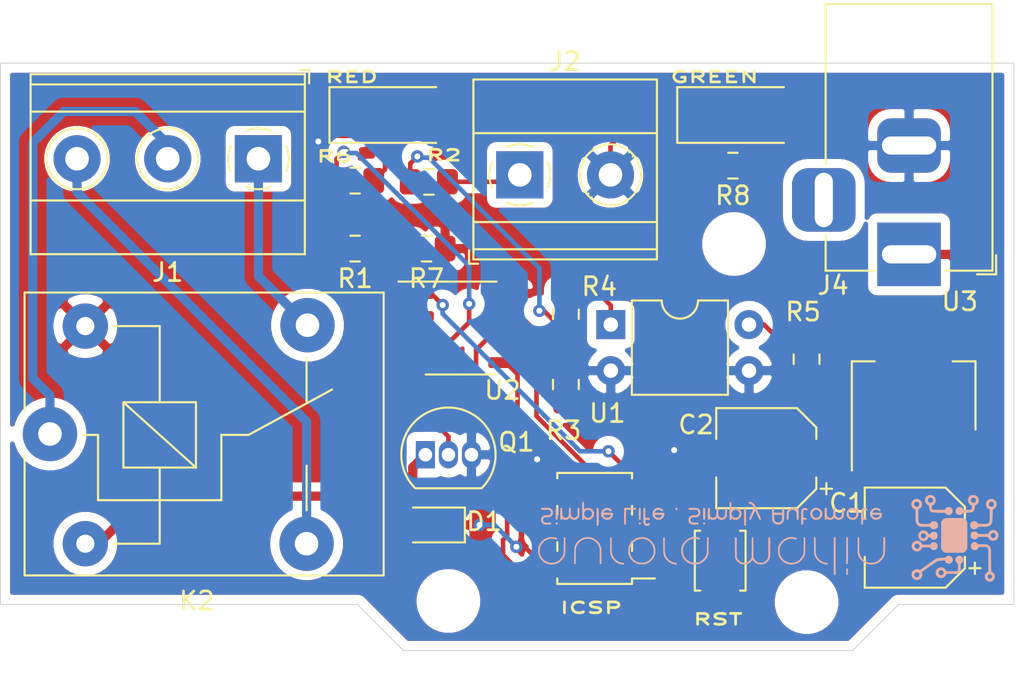
<source format=kicad_pcb>
(kicad_pcb (version 20171130) (host pcbnew "(5.1.2)-1")
  (layers (0 F.Cu signal) (31 B.Cu signal) (34 B.Paste user) (35 F.Paste user) (36 B.SilkS user) (37 F.SilkS user) (38 B.Mask user) (39 F.Mask user) (44 Edge.Cuts user))
  (net 0 "")
  (net 1 GND)
  (net 2 +12V)
  (net 3 +5V)
  (net 4 "Net-(D1-Pad2)")
  (net 5 "Net-(D2-Pad2)")
  (net 6 "Net-(D3-Pad2)")
  (net 7 "Net-(J1-Pad1)")
  (net 8 "Net-(J1-Pad2)")
  (net 9 "Net-(J1-Pad3)")
  (net 10 "Net-(J2-Pad1)")
  (net 11 MISO)
  (net 12 PB2)
  (net 13 MOSI)
  (net 14 Reset)
  (net 15 "Net-(Q1-Pad2)")
  (net 16 /Relay)
  (net 17 "Net-(R2-Pad1)")
  (net 18 "Net-(R4-Pad1)")
  (net 19 /FP_Input)
  (net 20 /Rela_y)
  (module auroramarlin:aurora_Marlin (layer B.Cu) (at 133.6675 92.0115)
    (fp_text reference G*** hide)
    (fp_text value LOGO hide)
  )
  (module MountingHole:MountingHole_2.5mm (layer F.Cu) (at 131.7625 75.7555)
    (fp_text reference REF** hide)
    (fp_text value MountingHole_2.5mm)
    (pad 1 np_thru_hole circle (at 0 0) (size 2.5 2.5) (drill 2.5) (layers *.Cu *.Mask))
  )
  (module MountingHole:MountingHole_2.5mm (layer F.Cu) (at 116.0145 95.4405)
    (fp_text reference REF** hide)
    (fp_text value MountingHole_2.5mm)
    (pad 1 np_thru_hole circle (at 0 0) (size 2.5 2.5) (drill 2.5) (layers *.Cu *.Mask))
  )
  (module MountingHole:MountingHole_2.5mm (layer F.Cu) (at 135.763 95.504)
    (fp_text reference REF** hide)
    (fp_text value MountingHole_2.5mm)
    (pad 1 np_thru_hole circle (at 0 0) (size 2.5 2.5) (drill 2.5) (layers *.Cu *.Mask))
  )
  (module Capacitor_SMD:CP_Elec_5x5.4 (layer F.Cu) (at 141.732 91.948 180)
    (fp_text reference C1 (at 3.7465 1.905) (layer F.SilkS))
    (fp_text value "100uF 35V")
    (pad 2 smd roundrect (at 2.2 0 180) (size 3 1.6) (layers F.Cu F.Paste F.Mask) (roundrect_rratio 0.15625) (net 1 GND))
    (pad 1 smd roundrect (at -2.2 0 180) (size 3 1.6) (layers F.Cu F.Paste F.Mask) (roundrect_rratio 0.15625) (net 2 +12V))
  )
  (module Capacitor_SMD:CP_Elec_5x5.4 (layer F.Cu) (at 133.5405 87.5665 180)
    (fp_text reference C2 (at 3.8735 1.8415) (layer F.SilkS))
    (fp_text value "10uF 35V")
    (pad 1 smd roundrect (at -2.2 0 180) (size 3 1.6) (layers F.Cu F.Paste F.Mask) (roundrect_rratio 0.15625) (net 3 +5V))
    (pad 2 smd roundrect (at 2.2 0 180) (size 3 1.6) (layers F.Cu F.Paste F.Mask) (roundrect_rratio 0.15625) (net 1 GND))
  )
  (module LED_SMD:LED_2010_5025Metric_Castellated (layer F.Cu) (at 112.8395 68.6435)
    (fp_text reference RED (at -2.159 -2.0955) (layer F.SilkS) (effects (font (size 0.6 1))))
    (fp_text value Green)
    (pad 2 smd roundrect (at 2.275 0) (size 1.7 2.55) (layers F.Cu F.Paste F.Mask) (roundrect_rratio 0.147059) (net 5 "Net-(D2-Pad2)"))
    (pad 1 smd roundrect (at -2.275 0) (size 1.7 2.55) (layers F.Cu F.Paste F.Mask) (roundrect_rratio 0.147059) (net 1 GND))
  )
  (module LED_SMD:LED_2010_5025Metric_Castellated (layer F.Cu) (at 132.0165 68.6435)
    (fp_text reference GREEN (at -1.3335 -2.0955) (layer F.SilkS) (effects (font (size 0.6 1))))
    (fp_text value LED)
    (pad 1 smd roundrect (at -2.275 0) (size 1.7 2.55) (layers F.Cu F.Paste F.Mask) (roundrect_rratio 0.147059) (net 1 GND))
    (pad 2 smd roundrect (at 2.275 0) (size 1.7 2.55) (layers F.Cu F.Paste F.Mask) (roundrect_rratio 0.147059) (net 6 "Net-(D3-Pad2)"))
  )
  (module TerminalBlock_Phoenix:TerminalBlock_Phoenix_MKDS-1,5-3_1x03_P5.00mm_Horizontal (layer F.Cu) (at 105.537 71.0565 180)
    (fp_text reference J1 (at 5 -6.26) (layer F.SilkS))
    (fp_text value Output)
    (pad 1 thru_hole rect (at 0 0 180) (size 2.6 2.6) (drill 1.3) (layers *.Cu *.Mask) (net 7 "Net-(J1-Pad1)"))
    (pad 2 thru_hole circle (at 5 0 180) (size 2.6 2.6) (drill 1.3) (layers *.Cu *.Mask) (net 8 "Net-(J1-Pad2)"))
    (pad 3 thru_hole circle (at 10 0 180) (size 2.6 2.6) (drill 1.3) (layers *.Cu *.Mask) (net 9 "Net-(J1-Pad3)"))
  )
  (module TerminalBlock_Phoenix:TerminalBlock_Phoenix_MKDS-1,5-2_1x02_P5.00mm_Horizontal (layer F.Cu) (at 119.9515 71.9455)
    (fp_text reference J2 (at 2.5 -6.26) (layer F.SilkS))
    (fp_text value Input)
    (pad 1 thru_hole rect (at 0 0) (size 2.6 2.6) (drill 1.3) (layers *.Cu *.Mask) (net 10 "Net-(J2-Pad1)"))
    (pad 2 thru_hole circle (at 5 0) (size 2.6 2.6) (drill 1.3) (layers *.Cu *.Mask) (net 1 GND))
  )
  (module Connector_PinHeader_2.00mm:PinHeader_2x03_P2.00mm_Vertical_SMD (layer F.Cu) (at 124.079 91.44 180)
    (fp_text reference ICSP (at 0.1905 -4.3815) (layer F.SilkS) (effects (font (size 0.6 1))))
    (fp_text value ICSP)
    (pad 1 smd rect (at -2.085 -2 180) (size 2.58 1) (layers F.Cu F.Paste F.Mask) (net 11 MISO))
    (pad 2 smd rect (at 2.085 -2 180) (size 2.58 1) (layers F.Cu F.Paste F.Mask) (net 3 +5V))
    (pad 3 smd rect (at -2.085 0 180) (size 2.58 1) (layers F.Cu F.Paste F.Mask) (net 12 PB2))
    (pad 4 smd rect (at 2.085 0 180) (size 2.58 1) (layers F.Cu F.Paste F.Mask) (net 13 MOSI))
    (pad 5 smd rect (at -2.085 2 180) (size 2.58 1) (layers F.Cu F.Paste F.Mask) (net 14 Reset))
    (pad 6 smd rect (at 2.085 2 180) (size 2.58 1) (layers F.Cu F.Paste F.Mask) (net 1 GND))
  )
  (module Connector_BarrelJack:BarrelJack_Horizontal (layer F.Cu) (at 141.4145 76.327 270)
    (fp_text reference J4 (at 1.7145 4.191 180) (layer F.SilkS))
    (fp_text value DC_IN)
    (pad 1 thru_hole rect (at 0 0 270) (size 3.5 3.5) (drill oval 1 3) (layers *.Cu *.Mask) (net 2 +12V))
    (pad 2 thru_hole roundrect (at -6 0 270) (size 3 3.5) (drill oval 1 3) (layers *.Cu *.Mask) (net 1 GND))
    (pad 3 thru_hole roundrect (at -3 4.7 270) (size 3.5 3.5) (drill oval 3 1) (layers *.Cu *.Mask))
  )
  (module Relay_THT:Relay_SPDT_SANYOU_SRD_Series_Form_C (layer F.Cu) (at 94.0435 86.233)
    (fp_text reference K2 (at 8.1 9.2) (layer F.SilkS))
    (fp_text value SANYOU_SRD_Form_C)
    (pad 2 thru_hole circle (at 1.95 6.05 90) (size 2.5 2.5) (drill 1) (layers *.Cu *.Mask) (net 4 "Net-(D1-Pad2)"))
    (pad 3 thru_hole circle (at 14.15 6.05 90) (size 3 3) (drill 1.3) (layers *.Cu *.Mask) (net 9 "Net-(J1-Pad3)"))
    (pad 4 thru_hole circle (at 14.2 -6 90) (size 3 3) (drill 1.3) (layers *.Cu *.Mask) (net 7 "Net-(J1-Pad1)"))
    (pad 5 thru_hole circle (at 1.95 -5.95 90) (size 2.5 2.5) (drill 1) (layers *.Cu *.Mask) (net 3 +5V))
    (pad 1 thru_hole circle (at 0 0 90) (size 3 3) (drill 1.3) (layers *.Cu *.Mask) (net 8 "Net-(J1-Pad2)"))
  )
  (module Package_TO_SOT_THT:TO-92_Inline (layer F.Cu) (at 114.7445 87.376)
    (fp_text reference Q1 (at 5.0165 -0.6985) (layer F.SilkS))
    (fp_text value BC547)
    (pad 2 thru_hole oval (at 1.27 0) (size 1.05 1.5) (drill 0.75) (layers *.Cu *.Mask) (net 15 "Net-(Q1-Pad2)"))
    (pad 3 thru_hole oval (at 2.54 0) (size 1.05 1.5) (drill 0.75) (layers *.Cu *.Mask) (net 1 GND))
    (pad 1 thru_hole rect (at 0 0) (size 1.05 1.5) (drill 0.75) (layers *.Cu *.Mask) (net 4 "Net-(D1-Pad2)"))
  )
  (module Resistor_SMD:R_0805_2012Metric_Pad1.15x1.40mm_HandSolder (layer F.Cu) (at 110.871 76.0095 180)
    (fp_text reference R1 (at 0 -1.65) (layer F.SilkS))
    (fp_text value 10K)
    (pad 2 smd roundrect (at 1.025 0 180) (size 1.15 1.4) (layers F.Cu F.Paste F.Mask) (roundrect_rratio 0.217391) (net 16 /Relay))
    (pad 1 smd roundrect (at -1.025 0 180) (size 1.15 1.4) (layers F.Cu F.Paste F.Mask) (roundrect_rratio 0.217391) (net 15 "Net-(Q1-Pad2)"))
  )
  (module Resistor_SMD:R_0805_2012Metric_Pad1.15x1.40mm_HandSolder (layer F.Cu) (at 114.935 72.3265)
    (fp_text reference R2 (at 0.8255 -1.4605) (layer F.SilkS) (effects (font (size 0.6 1))))
    (fp_text value 2K)
    (pad 1 smd roundrect (at -1.025 0) (size 1.15 1.4) (layers F.Cu F.Paste F.Mask) (roundrect_rratio 0.217391) (net 17 "Net-(R2-Pad1)"))
    (pad 2 smd roundrect (at 1.025 0) (size 1.15 1.4) (layers F.Cu F.Paste F.Mask) (roundrect_rratio 0.217391) (net 10 "Net-(J2-Pad1)"))
  )
  (module Resistor_SMD:R_0805_2012Metric_Pad1.15x1.40mm_HandSolder (layer F.Cu) (at 122.4915 83.5025 90)
    (fp_text reference R3 (at -2.54 -0.127 180) (layer F.SilkS))
    (fp_text value 1K)
    (pad 1 smd roundrect (at -1.025 0 90) (size 1.15 1.4) (layers F.Cu F.Paste F.Mask) (roundrect_rratio 0.217391) (net 1 GND))
    (pad 2 smd roundrect (at 1.025 0 90) (size 1.15 1.4) (layers F.Cu F.Paste F.Mask) (roundrect_rratio 0.217391) (net 17 "Net-(R2-Pad1)"))
  )
  (module Resistor_SMD:R_0805_2012Metric_Pad1.15x1.40mm_HandSolder (layer F.Cu) (at 122.4915 79.629 270)
    (fp_text reference R4 (at -1.524 -1.8415 180) (layer F.SilkS))
    (fp_text value 10K)
    (pad 2 smd roundrect (at 1.025 0 270) (size 1.15 1.4) (layers F.Cu F.Paste F.Mask) (roundrect_rratio 0.217391) (net 17 "Net-(R2-Pad1)"))
    (pad 1 smd roundrect (at -1.025 0 270) (size 1.15 1.4) (layers F.Cu F.Paste F.Mask) (roundrect_rratio 0.217391) (net 18 "Net-(R4-Pad1)"))
  )
  (module Resistor_SMD:R_0805_2012Metric_Pad1.15x1.40mm_HandSolder (layer F.Cu) (at 135.763 82.1055 90)
    (fp_text reference R5 (at 2.6035 -0.1905 180) (layer F.SilkS))
    (fp_text value 4.7K)
    (pad 2 smd roundrect (at 1.025 0 90) (size 1.15 1.4) (layers F.Cu F.Paste F.Mask) (roundrect_rratio 0.217391) (net 3 +5V))
    (pad 1 smd roundrect (at -1.025 0 90) (size 1.15 1.4) (layers F.Cu F.Paste F.Mask) (roundrect_rratio 0.217391) (net 19 /FP_Input))
  )
  (module Resistor_SMD:R_0805_2012Metric_Pad1.15x1.40mm_HandSolder (layer F.Cu) (at 110.871 72.263 180)
    (fp_text reference R6 (at 1.143 1.3335) (layer F.SilkS) (effects (font (size 0.6 1))))
    (fp_text value 330)
    (pad 1 smd roundrect (at -1.025 0 180) (size 1.15 1.4) (layers F.Cu F.Paste F.Mask) (roundrect_rratio 0.217391) (net 5 "Net-(D2-Pad2)"))
    (pad 2 smd roundrect (at 1.025 0 180) (size 1.15 1.4) (layers F.Cu F.Paste F.Mask) (roundrect_rratio 0.217391) (net 20 /Rela_y))
  )
  (module Button_Switch_SMD:SW_SPST_B3U-1000P (layer F.Cu) (at 131.0005 93.218 270)
    (fp_text reference RST (at 3.2385 0.127 180) (layer F.SilkS) (effects (font (size 0.6 1))))
    (fp_text value SW_Push)
    (pad 1 smd rect (at -1.7 0 270) (size 0.9 1.7) (layers F.Cu F.Paste F.Mask) (net 14 Reset))
    (pad 2 smd rect (at 1.7 0 270) (size 0.9 1.7) (layers F.Cu F.Paste F.Mask) (net 1 GND))
  )
  (module Package_DIP:DIP-4_W7.62mm (layer F.Cu) (at 124.968 80.2005)
    (fp_text reference U1 (at -0.1905 4.8895) (layer F.SilkS))
    (fp_text value PC817)
    (pad 1 thru_hole rect (at 0 0) (size 1.6 1.6) (drill 0.8) (layers *.Cu *.Mask) (net 18 "Net-(R4-Pad1)"))
    (pad 3 thru_hole oval (at 7.62 2.54) (size 1.6 1.6) (drill 0.8) (layers *.Cu *.Mask) (net 1 GND))
    (pad 2 thru_hole oval (at 0 2.54) (size 1.6 1.6) (drill 0.8) (layers *.Cu *.Mask) (net 1 GND))
    (pad 4 thru_hole oval (at 7.62 0) (size 1.6 1.6) (drill 0.8) (layers *.Cu *.Mask) (net 19 /FP_Input))
  )
  (module Package_SO:SOIC-8_3.9x4.9mm_P1.27mm (layer F.Cu) (at 116.713 80.391)
    (fp_text reference U2 (at 2.286 3.429) (layer F.SilkS))
    (fp_text value ATtiny13-20SSU)
    (pad 1 smd roundrect (at -2.475 -1.905) (size 1.95 0.6) (layers F.Cu F.Paste F.Mask) (net 14 Reset))
    (pad 2 smd roundrect (at -2.475 -0.635) (size 1.95 0.6) (layers F.Cu F.Paste F.Mask) (net 16 /Relay))
    (pad 3 smd roundrect (at -2.475 0.635) (size 1.95 0.6) (layers F.Cu F.Paste F.Mask) (net 20 /Rela_y))
    (pad 4 smd roundrect (at -2.475 1.905) (size 1.95 0.6) (layers F.Cu F.Paste F.Mask) (net 1 GND))
    (pad 5 smd roundrect (at 2.475 1.905) (size 1.95 0.6) (layers F.Cu F.Paste F.Mask) (net 13 MOSI))
    (pad 6 smd roundrect (at 2.475 0.635) (size 1.95 0.6) (layers F.Cu F.Paste F.Mask) (net 11 MISO))
    (pad 7 smd roundrect (at 2.475 -0.635) (size 1.95 0.6) (layers F.Cu F.Paste F.Mask) (net 12 PB2))
    (pad 8 smd roundrect (at 2.475 -1.905) (size 1.95 0.6) (layers F.Cu F.Paste F.Mask) (net 3 +5V))
  )
  (module Package_TO_SOT_SMD:SOT-223-3_TabPin2 (layer F.Cu) (at 141.6685 84.1375 90)
    (fp_text reference U3 (at 5.207 2.54 180) (layer F.SilkS))
    (fp_text value AMS1117-5.0)
    (pad 2 smd rect (at 3.15 0 90) (size 2 3.8) (layers F.Cu F.Paste F.Mask) (net 3 +5V))
    (pad 2 smd rect (at -3.15 0 90) (size 2 1.5) (layers F.Cu F.Paste F.Mask) (net 3 +5V))
    (pad 3 smd rect (at -3.15 2.3 90) (size 2 1.5) (layers F.Cu F.Paste F.Mask) (net 2 +12V))
    (pad 1 smd rect (at -3.15 -2.3 90) (size 2 1.5) (layers F.Cu F.Paste F.Mask) (net 1 GND))
  )
  (module Resistor_SMD:R_0805_2012Metric_Pad1.15x1.40mm_HandSolder (layer F.Cu) (at 114.808 76.0095 180)
    (fp_text reference R7 (at 0 -1.65) (layer F.SilkS))
    (fp_text value 10K)
    (pad 1 smd roundrect (at -1.025 0 180) (size 1.15 1.4) (layers F.Cu F.Paste F.Mask) (roundrect_rratio 0.217391) (net 3 +5V))
    (pad 2 smd roundrect (at 1.025 0 180) (size 1.15 1.4) (layers F.Cu F.Paste F.Mask) (roundrect_rratio 0.217391) (net 14 Reset))
  )
  (module Resistor_SMD:R_0805_2012Metric_Pad1.15x1.40mm_HandSolder (layer F.Cu) (at 131.699 71.4375 180)
    (fp_text reference R8 (at 0 -1.65) (layer F.SilkS))
    (fp_text value 330)
    (pad 2 smd roundrect (at 1.025 0 180) (size 1.15 1.4) (layers F.Cu F.Paste F.Mask) (roundrect_rratio 0.217391) (net 3 +5V))
    (pad 1 smd roundrect (at -1.025 0 180) (size 1.15 1.4) (layers F.Cu F.Paste F.Mask) (roundrect_rratio 0.217391) (net 6 "Net-(D3-Pad2)"))
  )
  (module Diode_SMD:D_0805_2012Metric_Pad1.15x1.40mm_HandSolder (layer F.Cu) (at 115.062 91.2495 180)
    (fp_text reference D1 (at -2.921 0.1905) (layer F.SilkS))
    (fp_text value D)
    (pad 1 smd roundrect (at -1.025 0 180) (size 1.15 1.4) (layers F.Cu F.Paste F.Mask) (roundrect_rratio 0.217391) (net 3 +5V))
    (pad 2 smd roundrect (at 1.025 0 180) (size 1.15 1.4) (layers F.Cu F.Paste F.Mask) (roundrect_rratio 0.217391) (net 4 "Net-(D1-Pad2)"))
  )
  (gr_line (start 91.313 95.631) (end 91.313 65.786) (layer Edge.Cuts) (width 0.05))
  (gr_line (start 110.998 95.631) (end 91.313 95.631) (layer Edge.Cuts) (width 0.05))
  (gr_line (start 113.538 98.171) (end 110.998 95.631) (layer Edge.Cuts) (width 0.05))
  (gr_line (start 138.303 98.171) (end 113.538 98.171) (layer Edge.Cuts) (width 0.05))
  (gr_line (start 140.843 95.631) (end 138.303 98.171) (layer Edge.Cuts) (width 0.05))
  (gr_line (start 147.193 95.631) (end 140.843 95.631) (layer Edge.Cuts) (width 0.05))
  (gr_line (start 147.193 94.996) (end 147.193 95.631) (layer Edge.Cuts) (width 0.05))
  (gr_line (start 147.193 65.786) (end 147.193 94.996) (layer Edge.Cuts) (width 0.05))
  (gr_line (start 91.313 65.786) (end 147.193 65.786) (layer Edge.Cuts) (width 0.05))
  (via (at 120.904 87.63) (size 0.6854) (drill 0.3302) (layers F.Cu B.Cu) (net 1))
  (segment (start 121.994 89.44) (end 121.994 88.72) (width 0.254) (layer F.Cu) (net 1))
  (segment (start 121.994 88.72) (end 120.904 87.63) (width 0.254) (layer F.Cu) (net 1))
  (segment (start 131.0005 94.214) (end 131.0005 94.918) (width 0.254) (layer F.Cu) (net 1))
  (segment (start 132.6515 92.563) (end 131.0005 94.214) (width 0.254) (layer F.Cu) (net 1))
  (segment (start 132.6515 89.7775) (end 132.6515 92.563) (width 0.254) (layer F.Cu) (net 1))
  (segment (start 131.3405 87.5665) (end 131.3405 88.4665) (width 0.254) (layer F.Cu) (net 1))
  (segment (start 131.3405 88.4665) (end 132.6515 89.7775) (width 0.254) (layer F.Cu) (net 1))
  (segment (start 139.532 87.451) (end 139.3685 87.2875) (width 0.254) (layer F.Cu) (net 1))
  (segment (start 139.532 91.948) (end 139.532 87.451) (width 0.254) (layer F.Cu) (net 1))
  (segment (start 132.90721 92.81871) (end 132.6515 92.563) (width 0.254) (layer F.Cu) (net 1))
  (segment (start 138.66129 92.81871) (end 132.90721 92.81871) (width 0.254) (layer F.Cu) (net 1))
  (segment (start 139.532 91.948) (end 138.66129 92.81871) (width 0.254) (layer F.Cu) (net 1))
  (segment (start 124.968 84.0105) (end 124.968 82.7405) (width 0.254) (layer F.Cu) (net 1))
  (segment (start 122.4915 84.5275) (end 124.451 84.5275) (width 0.254) (layer F.Cu) (net 1))
  (segment (start 124.451 84.5275) (end 124.968 84.0105) (width 0.254) (layer F.Cu) (net 1))
  (via (at 128.4605 87.122) (size 0.6854) (drill 0.3302) (layers F.Cu B.Cu) (net 1))
  (segment (start 131.3405 87.5665) (end 128.905 87.5665) (width 0.254) (layer F.Cu) (net 1))
  (segment (start 128.905 87.5665) (end 128.4605 87.122) (width 0.254) (layer F.Cu) (net 1))
  (via (at 108.839 70.104) (size 0.6854) (drill 0.3302) (layers F.Cu B.Cu) (net 1))
  (segment (start 108.839 69.469) (end 108.839 70.104) (width 0.254) (layer F.Cu) (net 1))
  (segment (start 110.5645 68.6435) (end 109.6645 68.6435) (width 0.254) (layer F.Cu) (net 1))
  (segment (start 109.6645 68.6435) (end 108.839 69.469) (width 0.254) (layer F.Cu) (net 1))
  (segment (start 126.619 68.6435) (end 129.7415 68.6435) (width 0.254) (layer F.Cu) (net 1))
  (segment (start 124.9515 71.9455) (end 124.9515 70.311) (width 0.254) (layer F.Cu) (net 1))
  (segment (start 124.9515 70.311) (end 126.619 68.6435) (width 0.254) (layer F.Cu) (net 1))
  (segment (start 117.2845 85.3425) (end 117.2845 87.376) (width 0.254) (layer F.Cu) (net 1))
  (segment (start 114.238 82.296) (end 117.2845 85.3425) (width 0.254) (layer F.Cu) (net 1))
  (segment (start 143.932 87.324) (end 143.9685 87.2875) (width 0.508) (layer F.Cu) (net 2))
  (segment (start 143.932 91.948) (end 143.932 87.324) (width 0.508) (layer F.Cu) (net 2))
  (segment (start 144.805 87.2875) (end 143.9685 87.2875) (width 0.508) (layer F.Cu) (net 2))
  (segment (start 145.288 86.8045) (end 144.805 87.2875) (width 0.508) (layer F.Cu) (net 2))
  (segment (start 145.288 77.9425) (end 145.288 86.8045) (width 0.508) (layer F.Cu) (net 2))
  (segment (start 141.4145 76.327) (end 143.6725 76.327) (width 0.508) (layer F.Cu) (net 2))
  (segment (start 143.6725 76.327) (end 145.288 77.9425) (width 0.508) (layer F.Cu) (net 2))
  (via (at 117.729 91.2495) (size 0.6854) (drill 0.3302) (layers F.Cu B.Cu) (net 3))
  (segment (start 117.729 91.2495) (end 116.087 91.2495) (width 0.254) (layer F.Cu) (net 3))
  (via (at 119.761 92.45601) (size 0.6854) (drill 0.3302) (layers F.Cu B.Cu) (net 3))
  (segment (start 121.994 93.44) (end 121.204 93.44) (width 0.254) (layer F.Cu) (net 3))
  (segment (start 117.729 91.2495) (end 118.55449 91.2495) (width 0.254) (layer B.Cu) (net 3))
  (segment (start 119.418301 92.113311) (end 119.761 92.45601) (width 0.254) (layer B.Cu) (net 3))
  (segment (start 118.55449 91.2495) (end 119.418301 92.113311) (width 0.254) (layer B.Cu) (net 3))
  (segment (start 121.204 93.44) (end 120.22001 92.45601) (width 0.254) (layer F.Cu) (net 3))
  (segment (start 120.22001 92.45601) (end 119.761 92.45601) (width 0.254) (layer F.Cu) (net 3))
  (segment (start 114.046 91.2405) (end 114.037 91.2495) (width 0.508) (layer F.Cu) (net 4))
  (segment (start 114.7445 87.376) (end 114.046 88.0745) (width 0.508) (layer F.Cu) (net 4))
  (segment (start 114.046 88.0745) (end 114.046 91.2405) (width 0.508) (layer F.Cu) (net 4))
  (segment (start 114.037 91.1135) (end 114.037 91.2495) (width 0.508) (layer F.Cu) (net 4))
  (segment (start 112.5855 89.662) (end 114.037 91.1135) (width 0.508) (layer F.Cu) (net 4))
  (segment (start 99.3405 89.662) (end 112.5855 89.662) (width 0.508) (layer F.Cu) (net 4))
  (segment (start 95.9935 92.283) (end 96.7195 92.283) (width 0.508) (layer F.Cu) (net 4))
  (segment (start 96.7195 92.283) (end 99.3405 89.662) (width 0.508) (layer F.Cu) (net 4))
  (segment (start 112.519372 71.639628) (end 112.519372 71.238628) (width 0.254) (layer F.Cu) (net 5))
  (segment (start 111.896 72.263) (end 112.519372 71.639628) (width 0.254) (layer F.Cu) (net 5))
  (segment (start 112.519372 71.238628) (end 115.1145 68.6435) (width 0.254) (layer F.Cu) (net 5))
  (segment (start 134.2915 69.87) (end 134.2915 68.6435) (width 0.254) (layer F.Cu) (net 6))
  (segment (start 132.724 71.4375) (end 134.2915 69.87) (width 0.254) (layer F.Cu) (net 6))
  (segment (start 105.537 77.5265) (end 108.2435 80.233) (width 0.508) (layer B.Cu) (net 7))
  (segment (start 105.537 71.0565) (end 105.537 77.5265) (width 0.508) (layer B.Cu) (net 7))
  (segment (start 100.537 70.2475) (end 100.537 71.0565) (width 0.508) (layer B.Cu) (net 8))
  (segment (start 94.0435 84.11168) (end 93.091 83.15918) (width 0.508) (layer B.Cu) (net 8))
  (segment (start 94.0435 86.233) (end 94.0435 84.11168) (width 0.508) (layer B.Cu) (net 8))
  (segment (start 93.091 70.1675) (end 94.8055 68.453) (width 0.508) (layer B.Cu) (net 8))
  (segment (start 93.091 83.15918) (end 93.091 70.1675) (width 0.508) (layer B.Cu) (net 8))
  (segment (start 94.8055 68.453) (end 98.7425 68.453) (width 0.508) (layer B.Cu) (net 8))
  (segment (start 98.7425 68.453) (end 100.537 70.2475) (width 0.508) (layer B.Cu) (net 8))
  (segment (start 108.1935 90.16168) (end 108.1935 92.283) (width 0.508) (layer B.Cu) (net 9))
  (segment (start 108.1935 85.551477) (end 108.1935 90.16168) (width 0.508) (layer B.Cu) (net 9))
  (segment (start 95.537 72.894977) (end 108.1935 85.551477) (width 0.508) (layer B.Cu) (net 9))
  (segment (start 95.537 71.0565) (end 95.537 72.894977) (width 0.508) (layer B.Cu) (net 9))
  (segment (start 119.5705 72.3265) (end 119.9515 71.9455) (width 0.254) (layer F.Cu) (net 10))
  (segment (start 115.96 72.3265) (end 119.5705 72.3265) (width 0.254) (layer F.Cu) (net 10))
  (segment (start 119.253 91.84584) (end 119.253 84.860842) (width 0.254) (layer F.Cu) (net 11))
  (segment (start 119.027798 92.071042) (end 119.253 91.84584) (width 0.254) (layer F.Cu) (net 11))
  (segment (start 124.072 94.742) (end 120.86534 94.742) (width 0.254) (layer F.Cu) (net 11))
  (segment (start 126.164 93.44) (end 125.374 93.44) (width 0.254) (layer F.Cu) (net 11))
  (segment (start 117.5385 81.6005) (end 118.113 81.026) (width 0.254) (layer F.Cu) (net 11))
  (segment (start 119.027798 92.904458) (end 119.027798 92.071042) (width 0.254) (layer F.Cu) (net 11))
  (segment (start 117.5385 83.146342) (end 117.5385 81.6005) (width 0.254) (layer F.Cu) (net 11))
  (segment (start 119.253 84.860842) (end 117.5385 83.146342) (width 0.254) (layer F.Cu) (net 11))
  (segment (start 118.113 81.026) (end 119.188 81.026) (width 0.254) (layer F.Cu) (net 11))
  (segment (start 125.374 93.44) (end 124.072 94.742) (width 0.254) (layer F.Cu) (net 11))
  (segment (start 120.86534 94.742) (end 119.027798 92.904458) (width 0.254) (layer F.Cu) (net 11))
  (segment (start 124.62 91.44) (end 126.164 91.44) (width 0.254) (layer F.Cu) (net 12))
  (segment (start 124.2695 91.44) (end 124.62 91.44) (width 0.254) (layer F.Cu) (net 12))
  (segment (start 119.188 79.756) (end 120.015 79.756) (width 0.254) (layer F.Cu) (net 12))
  (segment (start 120.869032 80.610032) (end 120.869032 85.245532) (width 0.254) (layer F.Cu) (net 12))
  (segment (start 120.869032 85.245532) (end 123.8885 88.265) (width 0.254) (layer F.Cu) (net 12))
  (segment (start 120.015 79.756) (end 120.869032 80.610032) (width 0.254) (layer F.Cu) (net 12))
  (segment (start 123.8885 88.265) (end 123.8885 91.059) (width 0.254) (layer F.Cu) (net 12))
  (segment (start 123.8885 91.059) (end 124.2695 91.44) (width 0.254) (layer F.Cu) (net 12))
  (segment (start 121.204 91.44) (end 121.994 91.44) (width 0.254) (layer F.Cu) (net 13))
  (segment (start 119.8245 90.0605) (end 121.204 91.44) (width 0.254) (layer F.Cu) (net 13))
  (segment (start 119.188 82.296) (end 119.8245 82.9325) (width 0.254) (layer F.Cu) (net 13))
  (segment (start 119.8245 82.9325) (end 119.8245 90.0605) (width 0.254) (layer F.Cu) (net 13))
  (segment (start 113.783 78.031) (end 114.238 78.486) (width 0.254) (layer F.Cu) (net 14))
  (segment (start 113.783 76.0095) (end 113.783 78.031) (width 0.254) (layer F.Cu) (net 14))
  (segment (start 131.0005 90.814) (end 131.0005 91.518) (width 0.254) (layer F.Cu) (net 14))
  (segment (start 129.6265 89.44) (end 131.0005 90.814) (width 0.254) (layer F.Cu) (net 14))
  (segment (start 126.164 89.44) (end 129.6265 89.44) (width 0.254) (layer F.Cu) (net 14))
  (via (at 115.697 79.121) (size 0.6854) (drill 0.3302) (layers F.Cu B.Cu) (net 14))
  (segment (start 114.238 78.486) (end 115.062 78.486) (width 0.254) (layer F.Cu) (net 14))
  (segment (start 115.062 78.486) (end 115.697 79.121) (width 0.254) (layer F.Cu) (net 14))
  (via (at 124.841 87.1855) (size 0.6854) (drill 0.3302) (layers F.Cu B.Cu) (net 14))
  (segment (start 126.164 88.5085) (end 126.164 89.44) (width 0.254) (layer F.Cu) (net 14))
  (segment (start 124.841 87.1855) (end 126.164 88.5085) (width 0.254) (layer F.Cu) (net 14))
  (segment (start 124.35635 87.1855) (end 124.841 87.1855) (width 0.254) (layer B.Cu) (net 14))
  (segment (start 123.27685 87.1855) (end 124.35635 87.1855) (width 0.254) (layer B.Cu) (net 14))
  (segment (start 115.697 79.121) (end 115.697 79.60565) (width 0.254) (layer B.Cu) (net 14))
  (segment (start 115.697 79.60565) (end 123.27685 87.1855) (width 0.254) (layer B.Cu) (net 14))
  (segment (start 111.252 83.058) (end 112.7125 84.5185) (width 0.254) (layer F.Cu) (net 15))
  (segment (start 111.252 79.3115) (end 111.252 83.058) (width 0.254) (layer F.Cu) (net 15))
  (segment (start 111.896 75.2095) (end 111.3625 74.676) (width 0.254) (layer F.Cu) (net 15))
  (segment (start 111.3625 74.676) (end 109.1565 74.676) (width 0.254) (layer F.Cu) (net 15))
  (segment (start 112.7125 84.5185) (end 113.750602 84.5185) (width 0.254) (layer F.Cu) (net 15))
  (segment (start 109.1565 74.676) (end 108.6485 75.184) (width 0.254) (layer F.Cu) (net 15))
  (segment (start 108.6485 75.184) (end 108.6485 76.708) (width 0.254) (layer F.Cu) (net 15))
  (segment (start 111.896 76.0095) (end 111.896 75.2095) (width 0.254) (layer F.Cu) (net 15))
  (segment (start 108.6485 76.708) (end 111.252 79.3115) (width 0.254) (layer F.Cu) (net 15))
  (segment (start 114.161 84.5185) (end 113.750602 84.5185) (width 0.254) (layer F.Cu) (net 15))
  (segment (start 116.0145 86.372) (end 114.161 84.5185) (width 0.254) (layer F.Cu) (net 15))
  (segment (start 116.0145 87.376) (end 116.0145 86.372) (width 0.254) (layer F.Cu) (net 15))
  (segment (start 113.163 79.756) (end 114.238 79.756) (width 0.254) (layer F.Cu) (net 16))
  (segment (start 112.7925 79.756) (end 113.163 79.756) (width 0.254) (layer F.Cu) (net 16))
  (segment (start 109.846 76.8095) (end 112.7925 79.756) (width 0.254) (layer F.Cu) (net 16))
  (segment (start 109.846 76.0095) (end 109.846 76.8095) (width 0.254) (layer F.Cu) (net 16))
  (segment (start 122.4915 80.654) (end 122.4915 82.4775) (width 0.254) (layer F.Cu) (net 17))
  (via (at 121.031 79.4385) (size 0.6854) (drill 0.3302) (layers F.Cu B.Cu) (net 17))
  (segment (start 121.276 79.4385) (end 122.4915 80.654) (width 0.254) (layer F.Cu) (net 17))
  (segment (start 121.031 79.4385) (end 121.276 79.4385) (width 0.254) (layer F.Cu) (net 17))
  (segment (start 113.957301 71.272199) (end 114.3 70.9295) (width 0.254) (layer F.Cu) (net 17))
  (segment (start 113.91 71.3195) (end 113.957301 71.272199) (width 0.254) (layer F.Cu) (net 17))
  (segment (start 113.91 72.3265) (end 113.91 71.3195) (width 0.254) (layer F.Cu) (net 17))
  (via (at 114.3 70.9295) (size 0.6854) (drill 0.3302) (layers F.Cu B.Cu) (net 17))
  (segment (start 114.3635 70.993) (end 114.3 70.9295) (width 0.254) (layer B.Cu) (net 17))
  (segment (start 114.935 70.993) (end 114.3635 70.993) (width 0.254) (layer B.Cu) (net 17))
  (segment (start 121.031 79.4385) (end 121.031 77.089) (width 0.254) (layer B.Cu) (net 17))
  (segment (start 121.031 77.089) (end 114.935 70.993) (width 0.254) (layer B.Cu) (net 17))
  (segment (start 124.968 79.1465) (end 124.968 80.2005) (width 0.254) (layer F.Cu) (net 18))
  (segment (start 124.4255 78.604) (end 124.968 79.1465) (width 0.254) (layer F.Cu) (net 18))
  (segment (start 122.4915 78.604) (end 124.4255 78.604) (width 0.254) (layer F.Cu) (net 18))
  (segment (start 134.629 83.1305) (end 135.763 83.1305) (width 0.254) (layer F.Cu) (net 19))
  (segment (start 134.112 82.6135) (end 134.629 83.1305) (width 0.254) (layer F.Cu) (net 19))
  (segment (start 134.112 80.899) (end 134.112 82.6135) (width 0.254) (layer F.Cu) (net 19))
  (segment (start 132.588 80.2005) (end 133.4135 80.2005) (width 0.254) (layer F.Cu) (net 19))
  (segment (start 133.4135 80.2005) (end 134.112 80.899) (width 0.254) (layer F.Cu) (net 19))
  (via (at 117.1575 79.0575) (size 0.6854) (drill 0.3302) (layers F.Cu B.Cu) (net 20))
  (segment (start 117.1575 80.0735) (end 117.1575 79.0575) (width 0.254) (layer F.Cu) (net 20))
  (segment (start 114.238 81.026) (end 116.205 81.026) (width 0.254) (layer F.Cu) (net 20))
  (segment (start 116.205 81.026) (end 117.1575 80.0735) (width 0.254) (layer F.Cu) (net 20))
  (segment (start 109.846 71.0655) (end 109.893301 71.018199) (width 0.254) (layer F.Cu) (net 20))
  (segment (start 109.893301 71.018199) (end 110.236 70.6755) (width 0.254) (layer F.Cu) (net 20))
  (segment (start 109.846 72.263) (end 109.846 71.0655) (width 0.254) (layer F.Cu) (net 20))
  (via (at 110.236 70.6755) (size 0.6854) (drill 0.3302) (layers F.Cu B.Cu) (net 20))
  (segment (start 110.2995 70.739) (end 110.236 70.6755) (width 0.254) (layer B.Cu) (net 20))
  (segment (start 110.9345 70.739) (end 110.2995 70.739) (width 0.254) (layer B.Cu) (net 20))
  (segment (start 117.1575 79.0575) (end 117.1575 76.962) (width 0.254) (layer B.Cu) (net 20))
  (segment (start 117.1575 76.962) (end 110.9345 70.739) (width 0.254) (layer B.Cu) (net 20))
  (zone (net 3) (net_name +5V) (layer F.Cu) (connect_pads (clearance 0.508)) (min_thickness 0.254) (fill yes (arc_segments 32) (thermal_gap 0.508) (thermal_bridge_width 0.508))
    (polygon (pts (xy 91.3765 65.8495) (xy 147.1295 65.8495) (xy 147.1295 95.5675) (xy 140.843 95.5675) (xy 138.303 98.1075) (xy 113.6015 98.1075) (xy 110.998 95.5675) (xy 91.3765 95.5675)))
  )
  (zone (net 1) (net_name GND) (layer B.Cu) (connect_pads (clearance 0.508)) (min_thickness 0.254) (fill yes (arc_segments 32) (thermal_gap 0.508) (thermal_bridge_width 0.508))
    (polygon (pts (xy 91.3765 65.8495) (xy 147.1295 65.8495) (xy 147.1295 95.5675) (xy 140.843 95.5675) (xy 138.303 98.1075) (xy 113.6015 98.1075) (xy 110.998 95.5675) (xy 91.3765 95.5675)))
  )
)
</source>
